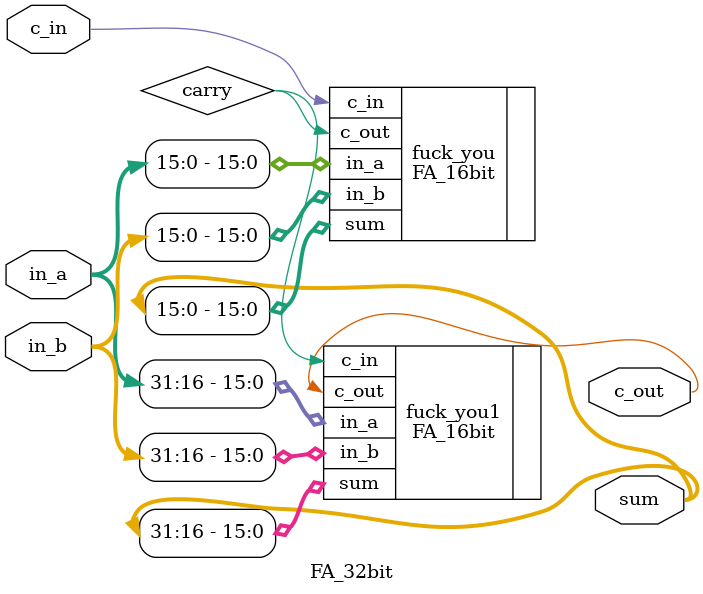
<source format=v>
module FA_32bit(
    in_a,
    in_b,
    c_in,
    c_out,
    sum
);

input [31:0]in_a;
input [31:0]in_b;
input c_in;
output c_out;
output [31:0] sum;

wire carry;

FA_16bit fuck_you(
    .in_a(in_a[15:0]),
    .in_b(in_b[15:0]),
    .c_in(c_in),
    .sum(sum[15:0]),
    .c_out(carry)
);

FA_16bit fuck_you1(
    .in_a(in_a[31:16]),
    .in_b(in_b[31:16]),
    .c_in(carry),
    .sum(sum[31:16]),
    .c_out(c_out)
);

endmodule
</source>
